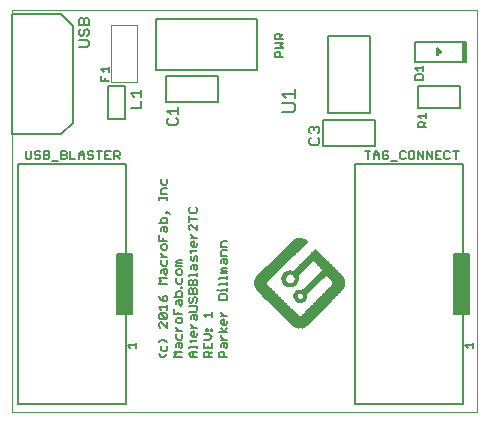
<source format=gto>
G75*
%MOIN*%
%OFA0B0*%
%FSLAX25Y25*%
%IPPOS*%
%LPD*%
%AMOC8*
5,1,8,0,0,1.08239X$1,22.5*
%
%ADD10C,0.00000*%
%ADD11C,0.00500*%
%ADD12C,0.00600*%
%ADD13C,0.00800*%
%ADD14C,0.00200*%
%ADD15R,0.00126X0.02370*%
%ADD16R,0.00124X0.03130*%
%ADD17R,0.00126X0.03630*%
%ADD18R,0.00125X0.03870*%
%ADD19R,0.00124X0.04370*%
%ADD20R,0.00126X0.04630*%
%ADD21R,0.00125X0.05130*%
%ADD22R,0.00124X0.05370*%
%ADD23R,0.00126X0.05630*%
%ADD24R,0.00125X0.05870*%
%ADD25R,0.00124X0.06130*%
%ADD26R,0.00126X0.06370*%
%ADD27R,0.00124X0.06630*%
%ADD28R,0.00126X0.06870*%
%ADD29R,0.00124X0.07130*%
%ADD30R,0.00125X0.07370*%
%ADD31R,0.00126X0.07630*%
%ADD32R,0.00125X0.07870*%
%ADD33R,0.00124X0.08130*%
%ADD34R,0.00126X0.08370*%
%ADD35R,0.00125X0.08630*%
%ADD36R,0.00124X0.08870*%
%ADD37R,0.00126X0.09130*%
%ADD38R,0.00125X0.09370*%
%ADD39R,0.00124X0.09630*%
%ADD40R,0.00126X0.09870*%
%ADD41R,0.00125X0.10130*%
%ADD42R,0.00125X0.10370*%
%ADD43R,0.00125X0.10630*%
%ADD44R,0.00124X0.10870*%
%ADD45R,0.00125X0.11130*%
%ADD46R,0.00126X0.11370*%
%ADD47R,0.00125X0.11630*%
%ADD48R,0.00125X0.05250*%
%ADD49R,0.00124X0.05250*%
%ADD50R,0.00124X0.05120*%
%ADD51R,0.00126X0.05120*%
%ADD52R,0.00125X0.05120*%
%ADD53R,0.00124X0.05130*%
%ADD54R,0.00126X0.05250*%
%ADD55R,0.00126X0.05130*%
%ADD56R,0.00125X0.05370*%
%ADD57R,0.00125X0.06130*%
%ADD58R,0.00125X0.06370*%
%ADD59R,0.00125X0.06630*%
%ADD60R,0.00125X0.06870*%
%ADD61R,0.00125X0.07130*%
%ADD62R,0.00124X0.07630*%
%ADD63R,0.00125X0.02870*%
%ADD64R,0.00125X0.04620*%
%ADD65R,0.00125X0.02880*%
%ADD66R,0.00125X0.04630*%
%ADD67R,0.00126X0.02870*%
%ADD68R,0.00126X0.04620*%
%ADD69R,0.00124X0.02880*%
%ADD70R,0.00124X0.04630*%
%ADD71R,0.00125X0.04500*%
%ADD72R,0.00125X0.04250*%
%ADD73R,0.00125X0.04000*%
%ADD74R,0.00125X0.03750*%
%ADD75R,0.00125X0.03500*%
%ADD76R,0.00125X0.03250*%
%ADD77R,0.00124X0.02870*%
%ADD78R,0.00124X0.03250*%
%ADD79R,0.00125X0.03120*%
%ADD80R,0.00125X0.03130*%
%ADD81R,0.00126X0.03250*%
%ADD82R,0.00124X0.03120*%
%ADD83R,0.00125X0.00250*%
%ADD84R,0.00125X0.00500*%
%ADD85R,0.00125X0.00630*%
%ADD86R,0.00126X0.05000*%
%ADD87R,0.00126X0.04000*%
%ADD88R,0.00126X0.00870*%
%ADD89R,0.00125X0.05000*%
%ADD90R,0.00125X0.04120*%
%ADD91R,0.00125X0.01130*%
%ADD92R,0.00124X0.05000*%
%ADD93R,0.00124X0.04250*%
%ADD94R,0.00124X0.01250*%
%ADD95R,0.00125X0.04870*%
%ADD96R,0.00125X0.04370*%
%ADD97R,0.00125X0.01500*%
%ADD98R,0.00125X0.04880*%
%ADD99R,0.00125X0.04380*%
%ADD100R,0.00125X0.01750*%
%ADD101R,0.00125X0.01880*%
%ADD102R,0.00125X0.04750*%
%ADD103R,0.00125X0.02120*%
%ADD104R,0.00125X0.02250*%
%ADD105R,0.00125X0.02370*%
%ADD106R,0.00125X0.01630*%
%ADD107R,0.00125X0.02000*%
%ADD108R,0.00125X0.02630*%
%ADD109R,0.00125X0.01380*%
%ADD110R,0.00125X0.02750*%
%ADD111R,0.00125X0.01370*%
%ADD112R,0.00126X0.04120*%
%ADD113R,0.00126X0.01250*%
%ADD114R,0.00126X0.01370*%
%ADD115R,0.00126X0.03130*%
%ADD116R,0.00125X0.01250*%
%ADD117R,0.00125X0.03370*%
%ADD118R,0.00125X0.01120*%
%ADD119R,0.00125X0.03620*%
%ADD120R,0.00125X0.05380*%
%ADD121R,0.00125X0.03630*%
%ADD122R,0.00124X0.03370*%
%ADD123R,0.00125X0.01870*%
%ADD124R,0.00125X0.05500*%
%ADD125R,0.00126X0.05500*%
%ADD126R,0.00126X0.01620*%
%ADD127R,0.00125X0.05630*%
%ADD128R,0.00125X0.05620*%
%ADD129R,0.00125X0.01620*%
%ADD130R,0.00124X0.05630*%
%ADD131R,0.00124X0.01750*%
%ADD132R,0.00124X0.05500*%
%ADD133R,0.00126X0.05620*%
%ADD134R,0.00126X0.03000*%
%ADD135R,0.00125X0.01000*%
%ADD136R,0.00124X0.05620*%
%ADD137R,0.00126X0.11250*%
%ADD138R,0.00124X0.11000*%
%ADD139R,0.00126X0.10750*%
%ADD140R,0.00124X0.10500*%
%ADD141R,0.00126X0.10250*%
%ADD142R,0.00124X0.10000*%
%ADD143R,0.00126X0.09750*%
%ADD144R,0.00125X0.09500*%
%ADD145R,0.00125X0.09250*%
%ADD146R,0.00125X0.09000*%
%ADD147R,0.00125X0.08750*%
%ADD148R,0.00125X0.08500*%
%ADD149R,0.00124X0.08370*%
%ADD150R,0.00126X0.08130*%
%ADD151R,0.00124X0.07870*%
%ADD152R,0.00124X0.07370*%
%ADD153R,0.00126X0.07130*%
%ADD154R,0.00124X0.06870*%
%ADD155R,0.00126X0.06630*%
%ADD156R,0.00124X0.06370*%
%ADD157R,0.00126X0.06130*%
%ADD158R,0.00124X0.05870*%
%ADD159R,0.00126X0.04370*%
%ADD160R,0.00124X0.03870*%
%ADD161R,0.00126X0.03370*%
D10*
X0001500Y0001500D02*
X0001500Y0135500D01*
X0156500Y0135500D01*
X0156500Y0001500D01*
X0001500Y0001500D01*
D11*
X0003500Y0004000D02*
X0003500Y0084000D01*
X0039500Y0084000D01*
X0039500Y0004000D01*
X0003500Y0004000D01*
X0036500Y0034000D02*
X0036500Y0054000D01*
X0041500Y0054000D01*
X0041500Y0034000D01*
X0036500Y0034000D01*
X0036500Y0034402D02*
X0041500Y0034402D01*
X0041500Y0034900D02*
X0036500Y0034900D01*
X0036500Y0035399D02*
X0041500Y0035399D01*
X0041500Y0035897D02*
X0036500Y0035897D01*
X0036500Y0036396D02*
X0041500Y0036396D01*
X0041500Y0036894D02*
X0036500Y0036894D01*
X0036500Y0037393D02*
X0041500Y0037393D01*
X0041500Y0037891D02*
X0036500Y0037891D01*
X0036500Y0038390D02*
X0041500Y0038390D01*
X0041500Y0038888D02*
X0036500Y0038888D01*
X0036500Y0039387D02*
X0041500Y0039387D01*
X0041500Y0039885D02*
X0036500Y0039885D01*
X0036500Y0040384D02*
X0041500Y0040384D01*
X0041500Y0040882D02*
X0036500Y0040882D01*
X0036500Y0041381D02*
X0041500Y0041381D01*
X0041500Y0041879D02*
X0036500Y0041879D01*
X0036500Y0042378D02*
X0041500Y0042378D01*
X0041500Y0042876D02*
X0036500Y0042876D01*
X0036500Y0043375D02*
X0041500Y0043375D01*
X0041500Y0043873D02*
X0036500Y0043873D01*
X0036500Y0044372D02*
X0041500Y0044372D01*
X0041500Y0044870D02*
X0036500Y0044870D01*
X0036500Y0045369D02*
X0041500Y0045369D01*
X0041500Y0045868D02*
X0036500Y0045868D01*
X0036500Y0046366D02*
X0041500Y0046366D01*
X0041500Y0046865D02*
X0036500Y0046865D01*
X0036500Y0047363D02*
X0041500Y0047363D01*
X0041500Y0047862D02*
X0036500Y0047862D01*
X0036500Y0048360D02*
X0041500Y0048360D01*
X0041500Y0048859D02*
X0036500Y0048859D01*
X0036500Y0049357D02*
X0041500Y0049357D01*
X0041500Y0049856D02*
X0036500Y0049856D01*
X0036500Y0050354D02*
X0041500Y0050354D01*
X0041500Y0050853D02*
X0036500Y0050853D01*
X0036500Y0051351D02*
X0041500Y0051351D01*
X0041500Y0051850D02*
X0036500Y0051850D01*
X0036500Y0052348D02*
X0041500Y0052348D01*
X0041500Y0052847D02*
X0036500Y0052847D01*
X0036500Y0053345D02*
X0041500Y0053345D01*
X0041500Y0053844D02*
X0036500Y0053844D01*
X0050548Y0058546D02*
X0050548Y0060347D01*
X0051899Y0059447D02*
X0051899Y0058546D01*
X0051899Y0057401D02*
X0051448Y0056950D01*
X0051448Y0056050D01*
X0051899Y0055599D01*
X0052800Y0055599D01*
X0053250Y0056050D01*
X0053250Y0056950D01*
X0052800Y0057401D01*
X0051899Y0057401D01*
X0053250Y0058546D02*
X0050548Y0058546D01*
X0052800Y0061492D02*
X0052349Y0061943D01*
X0052349Y0063294D01*
X0051899Y0063294D02*
X0053250Y0063294D01*
X0053250Y0061943D01*
X0052800Y0061492D01*
X0051448Y0061943D02*
X0051448Y0062843D01*
X0051899Y0063294D01*
X0051448Y0064439D02*
X0051448Y0065790D01*
X0051899Y0066240D01*
X0052800Y0066240D01*
X0053250Y0065790D01*
X0053250Y0064439D01*
X0050548Y0064439D01*
X0052800Y0067836D02*
X0053250Y0067836D01*
X0053250Y0068286D01*
X0052800Y0068286D01*
X0052800Y0067836D01*
X0053250Y0068286D02*
X0054151Y0067385D01*
X0053250Y0072296D02*
X0053250Y0073197D01*
X0053250Y0072747D02*
X0050548Y0072747D01*
X0050548Y0073197D02*
X0050548Y0072296D01*
X0051448Y0074261D02*
X0051448Y0075612D01*
X0051899Y0076062D01*
X0053250Y0076062D01*
X0052800Y0077207D02*
X0051899Y0077207D01*
X0051448Y0077657D01*
X0051448Y0079009D01*
X0053250Y0079009D02*
X0053250Y0077657D01*
X0052800Y0077207D01*
X0053250Y0074261D02*
X0051448Y0074261D01*
X0060548Y0069228D02*
X0060548Y0068327D01*
X0060998Y0067876D01*
X0062800Y0067876D01*
X0063250Y0068327D01*
X0063250Y0069228D01*
X0062800Y0069678D01*
X0060998Y0069678D02*
X0060548Y0069228D01*
X0060548Y0066731D02*
X0060548Y0064930D01*
X0060548Y0065831D02*
X0063250Y0065831D01*
X0063250Y0063785D02*
X0063250Y0061983D01*
X0061448Y0063785D01*
X0060998Y0063785D01*
X0060548Y0063335D01*
X0060548Y0062434D01*
X0060998Y0061983D01*
X0061448Y0060879D02*
X0061448Y0060429D01*
X0062349Y0059528D01*
X0063250Y0059528D02*
X0061448Y0059528D01*
X0061899Y0058383D02*
X0061448Y0057933D01*
X0061448Y0057032D01*
X0061899Y0056581D01*
X0062800Y0056581D01*
X0063250Y0057032D01*
X0063250Y0057933D01*
X0062349Y0058383D02*
X0062349Y0056581D01*
X0061448Y0055518D02*
X0061448Y0054617D01*
X0060998Y0055068D02*
X0062800Y0055068D01*
X0063250Y0055518D01*
X0062800Y0053472D02*
X0062349Y0053022D01*
X0062349Y0052121D01*
X0061899Y0051671D01*
X0061448Y0052121D01*
X0061448Y0053472D01*
X0062800Y0053472D02*
X0063250Y0053022D01*
X0063250Y0051671D01*
X0063250Y0050526D02*
X0061899Y0050526D01*
X0061448Y0050075D01*
X0061448Y0049174D01*
X0062349Y0049174D02*
X0062349Y0050526D01*
X0063250Y0050526D02*
X0063250Y0049174D01*
X0062800Y0048724D01*
X0062349Y0049174D01*
X0063250Y0047661D02*
X0063250Y0046760D01*
X0063250Y0047210D02*
X0060548Y0047210D01*
X0060548Y0046760D01*
X0060998Y0045615D02*
X0061448Y0045615D01*
X0061899Y0045164D01*
X0061899Y0043813D01*
X0062349Y0042668D02*
X0062800Y0042668D01*
X0063250Y0042218D01*
X0063250Y0040867D01*
X0060548Y0040867D01*
X0060548Y0042218D01*
X0060998Y0042668D01*
X0061448Y0042668D01*
X0061899Y0042218D01*
X0061899Y0040867D01*
X0062349Y0039722D02*
X0062800Y0039722D01*
X0063250Y0039271D01*
X0063250Y0038371D01*
X0062800Y0037920D01*
X0061899Y0038371D02*
X0061899Y0039271D01*
X0062349Y0039722D01*
X0060998Y0039722D02*
X0060548Y0039271D01*
X0060548Y0038371D01*
X0060998Y0037920D01*
X0061448Y0037920D01*
X0061899Y0038371D01*
X0062800Y0036775D02*
X0060548Y0036775D01*
X0060548Y0034974D02*
X0062800Y0034974D01*
X0063250Y0035424D01*
X0063250Y0036325D01*
X0062800Y0036775D01*
X0063250Y0033829D02*
X0061899Y0033829D01*
X0061448Y0033378D01*
X0061448Y0032478D01*
X0062349Y0032478D02*
X0062349Y0033829D01*
X0063250Y0033829D02*
X0063250Y0032478D01*
X0062800Y0032027D01*
X0062349Y0032478D01*
X0061448Y0030923D02*
X0061448Y0030472D01*
X0062349Y0029572D01*
X0063250Y0029572D02*
X0061448Y0029572D01*
X0061899Y0028427D02*
X0061448Y0027976D01*
X0061448Y0027076D01*
X0061899Y0026625D01*
X0062800Y0026625D01*
X0063250Y0027076D01*
X0063250Y0027976D01*
X0062349Y0028427D02*
X0062349Y0026625D01*
X0061448Y0025562D02*
X0061448Y0024661D01*
X0060998Y0025111D02*
X0062800Y0025111D01*
X0063250Y0025562D01*
X0063250Y0023597D02*
X0063250Y0022697D01*
X0063250Y0023147D02*
X0060548Y0023147D01*
X0060548Y0022697D01*
X0061448Y0021552D02*
X0063250Y0021552D01*
X0061899Y0021552D02*
X0061899Y0019750D01*
X0061448Y0019750D02*
X0060548Y0020651D01*
X0061448Y0021552D01*
X0061448Y0019750D02*
X0063250Y0019750D01*
X0065548Y0019750D02*
X0065548Y0021101D01*
X0065998Y0021552D01*
X0066899Y0021552D01*
X0067349Y0021101D01*
X0067349Y0019750D01*
X0067349Y0020651D02*
X0068250Y0021552D01*
X0068250Y0022697D02*
X0068250Y0024498D01*
X0067349Y0025643D02*
X0068250Y0026544D01*
X0067349Y0027445D01*
X0065548Y0027445D01*
X0066448Y0028590D02*
X0066448Y0029040D01*
X0066899Y0029040D01*
X0066899Y0028590D01*
X0066448Y0028590D01*
X0067800Y0028590D02*
X0068250Y0028590D01*
X0068250Y0029040D01*
X0067800Y0029040D01*
X0067800Y0028590D01*
X0070548Y0028098D02*
X0073250Y0028098D01*
X0072349Y0028098D02*
X0071448Y0029450D01*
X0071899Y0030554D02*
X0071448Y0031004D01*
X0071448Y0031905D01*
X0071899Y0032355D01*
X0072349Y0032355D01*
X0072349Y0030554D01*
X0071899Y0030554D02*
X0072800Y0030554D01*
X0073250Y0031004D01*
X0073250Y0031905D01*
X0073250Y0033500D02*
X0071448Y0033500D01*
X0072349Y0033500D02*
X0071448Y0034401D01*
X0071448Y0034852D01*
X0068250Y0034811D02*
X0068250Y0033009D01*
X0068250Y0033910D02*
X0065548Y0033910D01*
X0066448Y0033009D01*
X0062349Y0028427D02*
X0061899Y0028427D01*
X0065548Y0025643D02*
X0067349Y0025643D01*
X0066899Y0023597D02*
X0066899Y0022697D01*
X0065548Y0022697D02*
X0068250Y0022697D01*
X0070548Y0021101D02*
X0070998Y0021552D01*
X0071899Y0021552D01*
X0072349Y0021101D01*
X0072349Y0019750D01*
X0073250Y0019750D02*
X0070548Y0019750D01*
X0070548Y0021101D01*
X0071448Y0023147D02*
X0071448Y0024048D01*
X0071899Y0024498D01*
X0073250Y0024498D01*
X0073250Y0023147D01*
X0072800Y0022697D01*
X0072349Y0023147D01*
X0072349Y0024498D01*
X0072349Y0025643D02*
X0071448Y0026544D01*
X0071448Y0026994D01*
X0071448Y0025643D02*
X0073250Y0025643D01*
X0072349Y0028098D02*
X0073250Y0029450D01*
X0065548Y0024498D02*
X0065548Y0022697D01*
X0065548Y0019750D02*
X0068250Y0019750D01*
X0058250Y0019750D02*
X0055548Y0019750D01*
X0056448Y0020651D01*
X0055548Y0021552D01*
X0058250Y0021552D01*
X0057800Y0022697D02*
X0057349Y0023147D01*
X0057349Y0024498D01*
X0056899Y0024498D02*
X0058250Y0024498D01*
X0058250Y0023147D01*
X0057800Y0022697D01*
X0056448Y0023147D02*
X0056448Y0024048D01*
X0056899Y0024498D01*
X0056899Y0025643D02*
X0057800Y0025643D01*
X0058250Y0026093D01*
X0058250Y0027445D01*
X0058250Y0028590D02*
X0056448Y0028590D01*
X0056448Y0029490D02*
X0056448Y0029941D01*
X0056448Y0029490D02*
X0057349Y0028590D01*
X0056448Y0027445D02*
X0056448Y0026093D01*
X0056899Y0025643D01*
X0053250Y0024661D02*
X0052349Y0025562D01*
X0051448Y0025562D01*
X0050548Y0024661D01*
X0051448Y0023516D02*
X0051448Y0022165D01*
X0051899Y0021714D01*
X0052800Y0021714D01*
X0053250Y0022165D01*
X0053250Y0023516D01*
X0053250Y0020651D02*
X0052349Y0019750D01*
X0051448Y0019750D01*
X0050548Y0020651D01*
X0042850Y0022777D02*
X0042850Y0024578D01*
X0042850Y0023677D02*
X0040148Y0023677D01*
X0041048Y0022777D01*
X0050548Y0030022D02*
X0050548Y0030923D01*
X0050998Y0031373D01*
X0051448Y0031373D01*
X0053250Y0029572D01*
X0053250Y0031373D01*
X0052800Y0032518D02*
X0050998Y0032518D01*
X0050548Y0032969D01*
X0050548Y0033869D01*
X0050998Y0034320D01*
X0052800Y0032518D01*
X0053250Y0032969D01*
X0053250Y0033869D01*
X0052800Y0034320D01*
X0050998Y0034320D01*
X0051448Y0035465D02*
X0050548Y0036366D01*
X0053250Y0036366D01*
X0053250Y0037266D02*
X0053250Y0035465D01*
X0055548Y0035793D02*
X0055548Y0033991D01*
X0058250Y0033991D01*
X0057800Y0032847D02*
X0056899Y0032847D01*
X0056448Y0032396D01*
X0056448Y0031495D01*
X0056899Y0031045D01*
X0057800Y0031045D01*
X0058250Y0031495D01*
X0058250Y0032396D01*
X0057800Y0032847D01*
X0056899Y0033991D02*
X0056899Y0034892D01*
X0057800Y0036938D02*
X0057349Y0037388D01*
X0057349Y0038740D01*
X0056899Y0038740D02*
X0058250Y0038740D01*
X0058250Y0037388D01*
X0057800Y0036938D01*
X0056448Y0037388D02*
X0056448Y0038289D01*
X0056899Y0038740D01*
X0056448Y0039885D02*
X0056448Y0041236D01*
X0056899Y0041686D01*
X0057800Y0041686D01*
X0058250Y0041236D01*
X0058250Y0039885D01*
X0055548Y0039885D01*
X0053250Y0039762D02*
X0053250Y0038862D01*
X0052800Y0038411D01*
X0051899Y0038411D01*
X0051899Y0039762D01*
X0052349Y0040213D01*
X0052800Y0040213D01*
X0053250Y0039762D01*
X0051899Y0038411D02*
X0050998Y0039312D01*
X0050548Y0040213D01*
X0050548Y0044304D02*
X0051448Y0045205D01*
X0050548Y0046106D01*
X0053250Y0046106D01*
X0052800Y0047251D02*
X0052349Y0047701D01*
X0052349Y0049052D01*
X0051899Y0049052D02*
X0053250Y0049052D01*
X0053250Y0047701D01*
X0052800Y0047251D01*
X0051448Y0047701D02*
X0051448Y0048602D01*
X0051899Y0049052D01*
X0051899Y0050197D02*
X0052800Y0050197D01*
X0053250Y0050648D01*
X0053250Y0051999D01*
X0053250Y0053144D02*
X0051448Y0053144D01*
X0051448Y0054045D02*
X0051448Y0054495D01*
X0051448Y0054045D02*
X0052349Y0053144D01*
X0051448Y0051999D02*
X0051448Y0050648D01*
X0051899Y0050197D01*
X0056448Y0050197D02*
X0056448Y0050648D01*
X0056899Y0051098D01*
X0056448Y0051548D01*
X0056899Y0051999D01*
X0058250Y0051999D01*
X0058250Y0051098D02*
X0056899Y0051098D01*
X0056448Y0050197D02*
X0058250Y0050197D01*
X0057800Y0049052D02*
X0056899Y0049052D01*
X0056448Y0048602D01*
X0056448Y0047701D01*
X0056899Y0047251D01*
X0057800Y0047251D01*
X0058250Y0047701D01*
X0058250Y0048602D01*
X0057800Y0049052D01*
X0058250Y0046106D02*
X0058250Y0044755D01*
X0057800Y0044304D01*
X0056899Y0044304D01*
X0056448Y0044755D01*
X0056448Y0046106D01*
X0057800Y0043281D02*
X0058250Y0043281D01*
X0058250Y0042831D01*
X0057800Y0042831D01*
X0057800Y0043281D01*
X0060548Y0043813D02*
X0060548Y0045164D01*
X0060998Y0045615D01*
X0061899Y0045164D02*
X0062349Y0045615D01*
X0062800Y0045615D01*
X0063250Y0045164D01*
X0063250Y0043813D01*
X0060548Y0043813D01*
X0061899Y0042218D02*
X0062349Y0042668D01*
X0070097Y0042299D02*
X0070548Y0042299D01*
X0071448Y0042299D02*
X0073250Y0042299D01*
X0073250Y0041849D02*
X0073250Y0042750D01*
X0073250Y0043813D02*
X0073250Y0044714D01*
X0073250Y0044264D02*
X0070548Y0044264D01*
X0070548Y0043813D01*
X0071448Y0042299D02*
X0071448Y0041849D01*
X0070998Y0040704D02*
X0070548Y0040253D01*
X0070548Y0038902D01*
X0073250Y0038902D01*
X0073250Y0040253D01*
X0072800Y0040704D01*
X0070998Y0040704D01*
X0070548Y0045778D02*
X0070548Y0046228D01*
X0073250Y0046228D01*
X0073250Y0045778D02*
X0073250Y0046678D01*
X0073250Y0047742D02*
X0071448Y0047742D01*
X0071448Y0048192D01*
X0071899Y0048643D01*
X0071448Y0049093D01*
X0071899Y0049543D01*
X0073250Y0049543D01*
X0073250Y0048643D02*
X0071899Y0048643D01*
X0072800Y0050688D02*
X0072349Y0051139D01*
X0072349Y0052490D01*
X0071899Y0052490D02*
X0073250Y0052490D01*
X0073250Y0051139D01*
X0072800Y0050688D01*
X0071448Y0051139D02*
X0071448Y0052040D01*
X0071899Y0052490D01*
X0071448Y0053635D02*
X0071448Y0054986D01*
X0071899Y0055436D01*
X0073250Y0055436D01*
X0073250Y0056581D02*
X0071448Y0056581D01*
X0071448Y0057933D01*
X0071899Y0058383D01*
X0073250Y0058383D01*
X0073250Y0053635D02*
X0071448Y0053635D01*
X0062349Y0058383D02*
X0061899Y0058383D01*
X0053250Y0044304D02*
X0050548Y0044304D01*
X0050548Y0030022D02*
X0050998Y0029572D01*
X0037517Y0085750D02*
X0036616Y0086651D01*
X0037066Y0086651D02*
X0035715Y0086651D01*
X0035715Y0085750D02*
X0035715Y0088452D01*
X0037066Y0088452D01*
X0037517Y0088002D01*
X0037517Y0087101D01*
X0037066Y0086651D01*
X0034570Y0085750D02*
X0032769Y0085750D01*
X0032769Y0088452D01*
X0034570Y0088452D01*
X0033669Y0087101D02*
X0032769Y0087101D01*
X0031624Y0088452D02*
X0029822Y0088452D01*
X0030723Y0088452D02*
X0030723Y0085750D01*
X0028677Y0086200D02*
X0028677Y0086651D01*
X0028227Y0087101D01*
X0027326Y0087101D01*
X0026876Y0087552D01*
X0026876Y0088002D01*
X0027326Y0088452D01*
X0028227Y0088452D01*
X0028677Y0088002D01*
X0028677Y0086200D02*
X0028227Y0085750D01*
X0027326Y0085750D01*
X0026876Y0086200D01*
X0025731Y0085750D02*
X0025731Y0087552D01*
X0024830Y0088452D01*
X0023929Y0087552D01*
X0023929Y0085750D01*
X0022784Y0085750D02*
X0020983Y0085750D01*
X0020983Y0088452D01*
X0019838Y0088002D02*
X0019838Y0087552D01*
X0019387Y0087101D01*
X0018036Y0087101D01*
X0018036Y0085750D02*
X0019387Y0085750D01*
X0019838Y0086200D01*
X0019838Y0086651D01*
X0019387Y0087101D01*
X0019838Y0088002D02*
X0019387Y0088452D01*
X0018036Y0088452D01*
X0018036Y0085750D01*
X0016891Y0085300D02*
X0015090Y0085300D01*
X0013945Y0086200D02*
X0013945Y0086651D01*
X0013494Y0087101D01*
X0012143Y0087101D01*
X0010998Y0086651D02*
X0010998Y0086200D01*
X0010548Y0085750D01*
X0009647Y0085750D01*
X0009197Y0086200D01*
X0009647Y0087101D02*
X0009197Y0087552D01*
X0009197Y0088002D01*
X0009647Y0088452D01*
X0010548Y0088452D01*
X0010998Y0088002D01*
X0010548Y0087101D02*
X0010998Y0086651D01*
X0010548Y0087101D02*
X0009647Y0087101D01*
X0008052Y0086200D02*
X0008052Y0088452D01*
X0006250Y0088452D02*
X0006250Y0086200D01*
X0006700Y0085750D01*
X0007601Y0085750D01*
X0008052Y0086200D01*
X0012143Y0085750D02*
X0012143Y0088452D01*
X0013494Y0088452D01*
X0013945Y0088002D01*
X0013945Y0087552D01*
X0013494Y0087101D01*
X0013945Y0086200D02*
X0013494Y0085750D01*
X0012143Y0085750D01*
X0018118Y0094000D02*
X0001760Y0094000D01*
X0001760Y0134000D01*
X0018118Y0134000D01*
X0022055Y0130063D01*
X0022055Y0097937D01*
X0018118Y0094000D01*
X0023929Y0087101D02*
X0025731Y0087101D01*
X0033744Y0098988D02*
X0039256Y0098988D01*
X0039256Y0110012D01*
X0033744Y0110012D01*
X0033744Y0098988D01*
X0034026Y0111801D02*
X0031323Y0111801D01*
X0031323Y0113603D01*
X0032224Y0114748D02*
X0031323Y0115648D01*
X0034026Y0115648D01*
X0034026Y0114748D02*
X0034026Y0116549D01*
X0032674Y0112702D02*
X0032674Y0111801D01*
X0049571Y0115535D02*
X0083429Y0115535D01*
X0083429Y0132465D01*
X0049571Y0132465D01*
X0049571Y0115535D01*
X0052839Y0113331D02*
X0052839Y0104669D01*
X0070161Y0104669D01*
X0070161Y0113331D01*
X0052839Y0113331D01*
X0089248Y0119840D02*
X0089248Y0121191D01*
X0089698Y0121641D01*
X0090599Y0121641D01*
X0091049Y0121191D01*
X0091049Y0119840D01*
X0091950Y0119840D02*
X0089248Y0119840D01*
X0089248Y0122786D02*
X0091950Y0122786D01*
X0091049Y0123687D01*
X0091950Y0124588D01*
X0089248Y0124588D01*
X0089248Y0125733D02*
X0089248Y0127084D01*
X0089698Y0127534D01*
X0090599Y0127534D01*
X0091049Y0127084D01*
X0091049Y0125733D01*
X0091049Y0126633D02*
X0091950Y0127534D01*
X0091950Y0125733D02*
X0089248Y0125733D01*
X0107110Y0126795D02*
X0120890Y0126795D01*
X0120890Y0101205D01*
X0107110Y0101205D01*
X0107110Y0126795D01*
X0135929Y0124846D02*
X0135929Y0118154D01*
X0152071Y0118154D01*
X0152071Y0124846D01*
X0152858Y0124846D01*
X0152858Y0118154D01*
X0152071Y0118154D01*
X0152071Y0124846D01*
X0135929Y0124846D01*
X0143409Y0122681D02*
X0143409Y0120319D01*
X0144591Y0121500D01*
X0143409Y0122681D01*
X0143409Y0122638D02*
X0143452Y0122638D01*
X0143409Y0122140D02*
X0143951Y0122140D01*
X0144449Y0121641D02*
X0143409Y0121641D01*
X0143409Y0121143D02*
X0144233Y0121143D01*
X0143735Y0120644D02*
X0143409Y0120644D01*
X0138781Y0116963D02*
X0138781Y0115162D01*
X0138781Y0116063D02*
X0136078Y0116063D01*
X0136979Y0115162D01*
X0136529Y0114017D02*
X0136078Y0113566D01*
X0136078Y0112215D01*
X0138781Y0112215D01*
X0138781Y0113566D01*
X0138330Y0114017D01*
X0136529Y0114017D01*
X0136913Y0110043D02*
X0136913Y0102957D01*
X0151087Y0102957D01*
X0151087Y0110043D01*
X0136913Y0110043D01*
X0139781Y0101192D02*
X0139781Y0099390D01*
X0139781Y0100291D02*
X0137078Y0100291D01*
X0137979Y0099390D01*
X0137529Y0098245D02*
X0137078Y0097795D01*
X0137078Y0096444D01*
X0139781Y0096444D01*
X0138880Y0096444D02*
X0138880Y0097795D01*
X0138430Y0098245D01*
X0137529Y0098245D01*
X0138880Y0097344D02*
X0139781Y0098245D01*
X0139876Y0088452D02*
X0141677Y0085750D01*
X0141677Y0088452D01*
X0142822Y0088452D02*
X0142822Y0085750D01*
X0144624Y0085750D01*
X0145769Y0086200D02*
X0146219Y0085750D01*
X0147120Y0085750D01*
X0147570Y0086200D01*
X0145769Y0086200D02*
X0145769Y0088002D01*
X0146219Y0088452D01*
X0147120Y0088452D01*
X0147570Y0088002D01*
X0148715Y0088452D02*
X0150517Y0088452D01*
X0149616Y0088452D02*
X0149616Y0085750D01*
X0152000Y0084000D02*
X0116000Y0084000D01*
X0116000Y0004000D01*
X0152000Y0004000D01*
X0152000Y0084000D01*
X0144624Y0088452D02*
X0142822Y0088452D01*
X0142822Y0087101D02*
X0143723Y0087101D01*
X0139876Y0085750D02*
X0139876Y0088452D01*
X0138731Y0088452D02*
X0138731Y0085750D01*
X0136929Y0088452D01*
X0136929Y0085750D01*
X0135784Y0086200D02*
X0135784Y0088002D01*
X0135334Y0088452D01*
X0134433Y0088452D01*
X0133983Y0088002D01*
X0133983Y0086200D01*
X0134433Y0085750D01*
X0135334Y0085750D01*
X0135784Y0086200D01*
X0132838Y0086200D02*
X0132387Y0085750D01*
X0131486Y0085750D01*
X0131036Y0086200D01*
X0131036Y0088002D01*
X0131486Y0088452D01*
X0132387Y0088452D01*
X0132838Y0088002D01*
X0129891Y0085300D02*
X0128090Y0085300D01*
X0126945Y0086200D02*
X0126945Y0087101D01*
X0126044Y0087101D01*
X0126945Y0086200D02*
X0126494Y0085750D01*
X0125593Y0085750D01*
X0125143Y0086200D01*
X0125143Y0088002D01*
X0125593Y0088452D01*
X0126494Y0088452D01*
X0126945Y0088002D01*
X0123998Y0087552D02*
X0123998Y0085750D01*
X0123998Y0087101D02*
X0122197Y0087101D01*
X0122197Y0087552D02*
X0123097Y0088452D01*
X0123998Y0087552D01*
X0122197Y0087552D02*
X0122197Y0085750D01*
X0120151Y0085750D02*
X0120151Y0088452D01*
X0119250Y0088452D02*
X0121052Y0088452D01*
X0122661Y0090169D02*
X0122661Y0098831D01*
X0105339Y0098831D01*
X0105339Y0090169D01*
X0122661Y0090169D01*
X0152071Y0118650D02*
X0152858Y0118650D01*
X0152858Y0119149D02*
X0152071Y0119149D01*
X0152071Y0119647D02*
X0152858Y0119647D01*
X0152858Y0120146D02*
X0152071Y0120146D01*
X0152071Y0120644D02*
X0152858Y0120644D01*
X0152858Y0121143D02*
X0152071Y0121143D01*
X0152071Y0121641D02*
X0152858Y0121641D01*
X0152858Y0122140D02*
X0152071Y0122140D01*
X0152071Y0122638D02*
X0152858Y0122638D01*
X0152858Y0123137D02*
X0152071Y0123137D01*
X0152071Y0123635D02*
X0152858Y0123635D01*
X0152858Y0124134D02*
X0152071Y0124134D01*
X0152071Y0124632D02*
X0152858Y0124632D01*
X0154000Y0054000D02*
X0149000Y0054000D01*
X0149000Y0034000D01*
X0154000Y0034000D01*
X0154000Y0054000D01*
X0154000Y0053844D02*
X0149000Y0053844D01*
X0149000Y0053345D02*
X0154000Y0053345D01*
X0154000Y0052847D02*
X0149000Y0052847D01*
X0149000Y0052348D02*
X0154000Y0052348D01*
X0154000Y0051850D02*
X0149000Y0051850D01*
X0149000Y0051351D02*
X0154000Y0051351D01*
X0154000Y0050853D02*
X0149000Y0050853D01*
X0149000Y0050354D02*
X0154000Y0050354D01*
X0154000Y0049856D02*
X0149000Y0049856D01*
X0149000Y0049357D02*
X0154000Y0049357D01*
X0154000Y0048859D02*
X0149000Y0048859D01*
X0149000Y0048360D02*
X0154000Y0048360D01*
X0154000Y0047862D02*
X0149000Y0047862D01*
X0149000Y0047363D02*
X0154000Y0047363D01*
X0154000Y0046865D02*
X0149000Y0046865D01*
X0149000Y0046366D02*
X0154000Y0046366D01*
X0154000Y0045868D02*
X0149000Y0045868D01*
X0149000Y0045369D02*
X0154000Y0045369D01*
X0154000Y0044870D02*
X0149000Y0044870D01*
X0149000Y0044372D02*
X0154000Y0044372D01*
X0154000Y0043873D02*
X0149000Y0043873D01*
X0149000Y0043375D02*
X0154000Y0043375D01*
X0154000Y0042876D02*
X0149000Y0042876D01*
X0149000Y0042378D02*
X0154000Y0042378D01*
X0154000Y0041879D02*
X0149000Y0041879D01*
X0149000Y0041381D02*
X0154000Y0041381D01*
X0154000Y0040882D02*
X0149000Y0040882D01*
X0149000Y0040384D02*
X0154000Y0040384D01*
X0154000Y0039885D02*
X0149000Y0039885D01*
X0149000Y0039387D02*
X0154000Y0039387D01*
X0154000Y0038888D02*
X0149000Y0038888D01*
X0149000Y0038390D02*
X0154000Y0038390D01*
X0154000Y0037891D02*
X0149000Y0037891D01*
X0149000Y0037393D02*
X0154000Y0037393D01*
X0154000Y0036894D02*
X0149000Y0036894D01*
X0149000Y0036396D02*
X0154000Y0036396D01*
X0154000Y0035897D02*
X0149000Y0035897D01*
X0149000Y0035399D02*
X0154000Y0035399D01*
X0154000Y0034900D02*
X0149000Y0034900D01*
X0149000Y0034402D02*
X0154000Y0034402D01*
X0155350Y0024578D02*
X0155350Y0022777D01*
X0155350Y0023677D02*
X0152648Y0023677D01*
X0153548Y0022777D01*
D12*
X0103515Y0090639D02*
X0101246Y0090639D01*
X0100679Y0091206D01*
X0100679Y0092340D01*
X0101246Y0092907D01*
X0101246Y0094322D02*
X0100679Y0094889D01*
X0100679Y0096023D01*
X0101246Y0096590D01*
X0101813Y0096590D01*
X0102380Y0096023D01*
X0102948Y0096590D01*
X0103515Y0096590D01*
X0104082Y0096023D01*
X0104082Y0094889D01*
X0103515Y0094322D01*
X0103515Y0092907D02*
X0104082Y0092340D01*
X0104082Y0091206D01*
X0103515Y0090639D01*
X0102380Y0095456D02*
X0102380Y0096023D01*
X0056818Y0097662D02*
X0056251Y0097095D01*
X0053982Y0097095D01*
X0053415Y0097662D01*
X0053415Y0098797D01*
X0053982Y0099364D01*
X0054550Y0100778D02*
X0053415Y0101913D01*
X0056818Y0101913D01*
X0056818Y0103047D02*
X0056818Y0100778D01*
X0056251Y0099364D02*
X0056818Y0098797D01*
X0056818Y0097662D01*
X0044531Y0102946D02*
X0044531Y0105214D01*
X0044531Y0106629D02*
X0044531Y0108897D01*
X0044531Y0107763D02*
X0041128Y0107763D01*
X0042262Y0106629D01*
X0041128Y0102946D02*
X0044531Y0102946D01*
X0026763Y0123251D02*
X0023927Y0123251D01*
X0026763Y0123251D02*
X0027330Y0123818D01*
X0027330Y0124952D01*
X0026763Y0125519D01*
X0023927Y0125519D01*
X0024494Y0126934D02*
X0025061Y0126934D01*
X0025628Y0127501D01*
X0025628Y0128635D01*
X0026196Y0129202D01*
X0026763Y0129202D01*
X0027330Y0128635D01*
X0027330Y0127501D01*
X0026763Y0126934D01*
X0024494Y0126934D02*
X0023927Y0127501D01*
X0023927Y0128635D01*
X0024494Y0129202D01*
X0023927Y0130617D02*
X0023927Y0132318D01*
X0024494Y0132885D01*
X0025061Y0132885D01*
X0025628Y0132318D01*
X0025628Y0130617D01*
X0023927Y0130617D02*
X0027330Y0130617D01*
X0027330Y0132318D01*
X0026763Y0132885D01*
X0026196Y0132885D01*
X0025628Y0132318D01*
D13*
X0091680Y0107610D02*
X0093081Y0106209D01*
X0091680Y0107610D02*
X0095883Y0107610D01*
X0095883Y0106209D02*
X0095883Y0109011D01*
X0095183Y0104407D02*
X0091680Y0104407D01*
X0091680Y0101605D02*
X0095183Y0101605D01*
X0095883Y0102305D01*
X0095883Y0103707D01*
X0095183Y0104407D01*
D14*
X0043331Y0111551D02*
X0034669Y0111551D01*
X0034669Y0130449D01*
X0043331Y0130449D01*
X0043331Y0111551D01*
D15*
X0112500Y0044375D03*
D16*
X0112375Y0044375D03*
D17*
X0112250Y0044375D03*
D18*
X0112124Y0044375D03*
X0096874Y0040125D03*
X0096749Y0040125D03*
X0097749Y0031375D03*
X0097874Y0031375D03*
X0097999Y0031375D03*
X0098124Y0031375D03*
X0097749Y0057375D03*
D19*
X0112000Y0044375D03*
D20*
X0111875Y0044375D03*
D21*
X0111749Y0044375D03*
X0108249Y0047875D03*
X0108001Y0048125D03*
X0107749Y0048375D03*
X0107499Y0048625D03*
X0106749Y0049375D03*
X0108001Y0040625D03*
X0107749Y0040375D03*
X0107499Y0040125D03*
X0106749Y0039375D03*
X0105999Y0038625D03*
X0105749Y0038375D03*
X0105001Y0037625D03*
X0104751Y0037375D03*
X0104499Y0037125D03*
X0104249Y0036875D03*
X0103501Y0036125D03*
X0103251Y0035875D03*
X0102999Y0035625D03*
X0102749Y0035375D03*
X0102499Y0035125D03*
X0102249Y0034875D03*
X0102001Y0034625D03*
X0101751Y0034375D03*
X0101499Y0034125D03*
X0101249Y0033875D03*
X0100999Y0033625D03*
X0100749Y0033375D03*
X0100251Y0032875D03*
X0096251Y0032125D03*
X0096376Y0056625D03*
D22*
X0096500Y0046625D03*
X0111625Y0044375D03*
D23*
X0111500Y0044375D03*
X0106250Y0049625D03*
X0083750Y0044375D03*
D24*
X0106124Y0049625D03*
X0111374Y0044375D03*
D25*
X0111250Y0044375D03*
D26*
X0111125Y0044375D03*
D27*
X0111000Y0044375D03*
D28*
X0110875Y0044375D03*
D29*
X0110750Y0044375D03*
D30*
X0110626Y0044375D03*
X0105374Y0049625D03*
D31*
X0110500Y0044375D03*
X0084750Y0044375D03*
D32*
X0110374Y0044375D03*
D33*
X0110250Y0044375D03*
D34*
X0110125Y0044375D03*
D35*
X0109999Y0044375D03*
D36*
X0109875Y0044375D03*
D37*
X0109750Y0044375D03*
D38*
X0109624Y0044375D03*
D39*
X0109500Y0044375D03*
D40*
X0109375Y0044375D03*
D41*
X0109249Y0044375D03*
D42*
X0109124Y0044375D03*
D43*
X0108999Y0044375D03*
D44*
X0108875Y0044375D03*
D45*
X0108751Y0044375D03*
D46*
X0108625Y0044375D03*
D47*
X0108499Y0044375D03*
D48*
X0108374Y0047685D03*
X0108374Y0041065D03*
X0108249Y0040935D03*
X0106874Y0039565D03*
X0105624Y0038315D03*
X0105499Y0038185D03*
X0105374Y0038065D03*
X0104124Y0036815D03*
X0103999Y0036685D03*
X0096126Y0032185D03*
X0096001Y0032315D03*
X0095876Y0032435D03*
X0096999Y0047185D03*
X0096001Y0056315D03*
X0096126Y0056435D03*
D49*
X0106500Y0049565D03*
X0108125Y0040815D03*
X0083625Y0044315D03*
D50*
X0102125Y0034750D03*
X0108125Y0048000D03*
D51*
X0107875Y0048250D03*
X0107875Y0040500D03*
X0104625Y0037250D03*
X0103125Y0035750D03*
X0101625Y0034250D03*
D52*
X0101876Y0034500D03*
X0102374Y0035000D03*
X0102624Y0035250D03*
X0102874Y0035500D03*
X0103376Y0036000D03*
X0103626Y0036250D03*
X0103874Y0036500D03*
X0104374Y0037000D03*
X0104876Y0037500D03*
X0105126Y0037750D03*
X0105874Y0038500D03*
X0106124Y0038750D03*
X0106376Y0039000D03*
X0106624Y0039250D03*
X0107126Y0039750D03*
X0107374Y0040000D03*
X0107624Y0040250D03*
X0101374Y0034000D03*
X0101124Y0033750D03*
X0100874Y0033500D03*
X0100624Y0033250D03*
X0100376Y0033000D03*
X0100126Y0032750D03*
X0107624Y0048500D03*
X0107374Y0048750D03*
X0107126Y0049000D03*
X0106874Y0049250D03*
X0106624Y0049500D03*
X0096251Y0056500D03*
D53*
X0107250Y0048875D03*
X0107250Y0039875D03*
X0106500Y0039125D03*
X0105250Y0037875D03*
X0103750Y0036375D03*
X0100500Y0033125D03*
D54*
X0107000Y0039685D03*
D55*
X0106250Y0038875D03*
X0107000Y0049125D03*
D56*
X0106376Y0049625D03*
X0096749Y0046875D03*
X0096251Y0046375D03*
X0095751Y0056125D03*
X0095626Y0032625D03*
D57*
X0105999Y0049625D03*
D58*
X0105874Y0049625D03*
D59*
X0105749Y0049625D03*
D60*
X0105624Y0049625D03*
D61*
X0105499Y0049625D03*
D62*
X0105250Y0049625D03*
D63*
X0105126Y0047125D03*
X0104876Y0046875D03*
X0104374Y0046375D03*
X0104124Y0046125D03*
X0103874Y0045875D03*
X0103626Y0045625D03*
X0103376Y0045375D03*
X0102874Y0044875D03*
X0102624Y0044625D03*
X0102374Y0044375D03*
X0101876Y0043875D03*
X0101374Y0043375D03*
X0101124Y0043125D03*
X0100874Y0042875D03*
X0100624Y0042625D03*
X0100376Y0042375D03*
X0100126Y0042125D03*
X0096251Y0040125D03*
X0082874Y0044375D03*
D64*
X0096874Y0031750D03*
X0105126Y0051250D03*
X0104876Y0051500D03*
X0104374Y0052000D03*
X0104124Y0052250D03*
X0103874Y0052500D03*
X0103626Y0052750D03*
X0103376Y0053000D03*
X0096999Y0057000D03*
D65*
X0098626Y0057750D03*
X0105001Y0047000D03*
X0104751Y0046750D03*
X0104499Y0046500D03*
X0104249Y0046250D03*
X0103999Y0046000D03*
X0103501Y0045500D03*
X0103251Y0045250D03*
X0102999Y0045000D03*
X0102749Y0044750D03*
X0102499Y0044500D03*
X0102249Y0044250D03*
X0102001Y0044000D03*
X0101751Y0043750D03*
X0101499Y0043500D03*
X0101249Y0043250D03*
X0100999Y0043000D03*
X0100749Y0042750D03*
X0100251Y0042250D03*
D66*
X0105001Y0051375D03*
X0104751Y0051625D03*
X0104499Y0051875D03*
X0104249Y0052125D03*
X0103999Y0052375D03*
X0103501Y0052875D03*
X0103251Y0053125D03*
X0102999Y0053375D03*
X0099001Y0031875D03*
D67*
X0101625Y0043625D03*
X0103125Y0045125D03*
X0104625Y0046625D03*
D68*
X0104625Y0051750D03*
X0103125Y0053250D03*
D69*
X0103750Y0045750D03*
X0100500Y0042500D03*
D70*
X0103750Y0052625D03*
X0083375Y0044375D03*
D71*
X0092751Y0045810D03*
X0102874Y0053440D03*
X0097124Y0057060D03*
X0098876Y0031810D03*
X0098751Y0031690D03*
X0096999Y0031690D03*
D72*
X0097249Y0031565D03*
X0098501Y0031565D03*
X0099001Y0040315D03*
X0099126Y0040435D03*
X0099251Y0040565D03*
X0092626Y0045815D03*
X0102749Y0053435D03*
X0097374Y0057185D03*
D73*
X0097624Y0057310D03*
X0102624Y0053440D03*
X0092501Y0045810D03*
X0097499Y0031440D03*
X0097624Y0031440D03*
X0098249Y0031440D03*
D74*
X0092376Y0045815D03*
X0102499Y0053435D03*
X0097874Y0057435D03*
D75*
X0098124Y0057560D03*
X0102374Y0053440D03*
X0092251Y0045810D03*
D76*
X0098501Y0049685D03*
X0098626Y0049815D03*
X0098751Y0049935D03*
X0099376Y0050565D03*
X0099501Y0050685D03*
X0099626Y0050815D03*
X0099874Y0051065D03*
X0100126Y0051315D03*
X0100251Y0051435D03*
X0100749Y0051935D03*
X0100874Y0052065D03*
X0100999Y0052185D03*
X0101124Y0052315D03*
X0101249Y0052435D03*
X0101374Y0052565D03*
X0101499Y0052685D03*
X0102249Y0053435D03*
D77*
X0102125Y0044125D03*
D78*
X0099750Y0050935D03*
X0102125Y0053315D03*
D79*
X0102001Y0053250D03*
X0101751Y0053000D03*
X0099251Y0050500D03*
X0099001Y0050250D03*
X0098249Y0049500D03*
X0097999Y0049250D03*
X0097749Y0049000D03*
X0097499Y0048750D03*
X0097249Y0048500D03*
X0098501Y0057750D03*
D80*
X0101876Y0053125D03*
X0100624Y0051875D03*
X0100376Y0051625D03*
X0099126Y0050375D03*
X0098876Y0050125D03*
X0098124Y0049375D03*
X0097874Y0049125D03*
X0097624Y0048875D03*
X0097374Y0048625D03*
X0096376Y0040125D03*
D81*
X0100000Y0051185D03*
X0101625Y0052815D03*
X0098375Y0057685D03*
D82*
X0100500Y0051750D03*
D83*
X0100376Y0058185D03*
D84*
X0100251Y0058190D03*
D85*
X0100126Y0058125D03*
D86*
X0083500Y0044310D03*
X0100000Y0032690D03*
D87*
X0100000Y0041440D03*
D88*
X0100000Y0058125D03*
D89*
X0097124Y0047440D03*
X0099874Y0032560D03*
X0096376Y0032060D03*
D90*
X0097374Y0031500D03*
X0099874Y0041250D03*
X0097499Y0057250D03*
D91*
X0099874Y0058125D03*
D92*
X0096500Y0056690D03*
X0099750Y0032440D03*
X0096500Y0031940D03*
D93*
X0099750Y0041065D03*
D94*
X0099750Y0058065D03*
D95*
X0096749Y0056875D03*
X0099626Y0032375D03*
X0099376Y0032125D03*
X0096624Y0031875D03*
D96*
X0097124Y0031625D03*
X0098626Y0031625D03*
X0099376Y0040625D03*
X0099626Y0040875D03*
X0097249Y0057125D03*
D97*
X0099626Y0058060D03*
X0095249Y0047810D03*
X0094874Y0047940D03*
X0094249Y0047940D03*
X0093874Y0047810D03*
X0093749Y0047810D03*
X0093624Y0043940D03*
X0093749Y0043810D03*
X0095501Y0043940D03*
X0095626Y0044060D03*
X0097374Y0041560D03*
X0097249Y0041440D03*
X0098626Y0041440D03*
D98*
X0099501Y0032250D03*
X0096624Y0056750D03*
D99*
X0099501Y0040750D03*
D100*
X0098751Y0041435D03*
X0096999Y0038935D03*
X0095876Y0040065D03*
X0095876Y0044315D03*
X0093374Y0044065D03*
X0093374Y0047565D03*
X0099501Y0058065D03*
D101*
X0099376Y0058000D03*
X0096999Y0041250D03*
D102*
X0093001Y0045815D03*
X0092876Y0045815D03*
X0096874Y0056935D03*
X0099251Y0032065D03*
X0099126Y0031935D03*
X0096749Y0031815D03*
D103*
X0096001Y0044500D03*
X0093126Y0047250D03*
X0099251Y0058000D03*
D104*
X0099126Y0057935D03*
X0095876Y0047565D03*
X0096001Y0040065D03*
X0082749Y0044315D03*
D105*
X0099001Y0057875D03*
D106*
X0095501Y0047625D03*
X0093499Y0047625D03*
X0095751Y0044125D03*
X0097124Y0041375D03*
X0098876Y0038875D03*
D107*
X0098876Y0041310D03*
X0093126Y0044310D03*
X0091874Y0045810D03*
X0095751Y0047560D03*
D108*
X0091999Y0045875D03*
X0096126Y0040125D03*
X0098876Y0057875D03*
D109*
X0094749Y0048000D03*
X0094624Y0048000D03*
X0094499Y0048000D03*
X0094374Y0048000D03*
X0094124Y0043750D03*
X0093999Y0043750D03*
X0093874Y0043750D03*
X0094999Y0043750D03*
X0095124Y0043750D03*
X0098501Y0041500D03*
X0098626Y0038750D03*
X0098751Y0038750D03*
X0097124Y0038750D03*
D110*
X0096001Y0047435D03*
X0098751Y0057815D03*
D111*
X0095124Y0047875D03*
X0094999Y0047875D03*
X0094124Y0047875D03*
X0093999Y0047875D03*
X0095249Y0043875D03*
X0097499Y0041625D03*
X0097624Y0041625D03*
X0097749Y0041625D03*
X0097874Y0041625D03*
X0097999Y0041625D03*
X0098124Y0041625D03*
X0098249Y0041625D03*
X0098501Y0038625D03*
X0097374Y0038625D03*
X0097249Y0038625D03*
D112*
X0098375Y0031500D03*
D113*
X0098375Y0038565D03*
D114*
X0098375Y0041625D03*
X0095375Y0043875D03*
D115*
X0098375Y0049625D03*
D116*
X0094874Y0043685D03*
X0094749Y0043685D03*
X0094624Y0043685D03*
X0094499Y0043685D03*
X0094374Y0043685D03*
X0094249Y0043685D03*
X0095751Y0040065D03*
X0097499Y0038565D03*
X0097624Y0038565D03*
X0098249Y0038565D03*
X0082624Y0044315D03*
D117*
X0098249Y0057625D03*
D118*
X0098124Y0038500D03*
X0097999Y0038500D03*
X0097874Y0038500D03*
X0097749Y0038500D03*
D119*
X0097999Y0057500D03*
D120*
X0095876Y0056250D03*
X0095501Y0056000D03*
X0096874Y0047000D03*
X0096624Y0046750D03*
X0096376Y0046500D03*
X0096126Y0046250D03*
X0095751Y0032500D03*
D121*
X0096624Y0040125D03*
D122*
X0096500Y0040125D03*
D123*
X0095626Y0047625D03*
D124*
X0091249Y0051810D03*
X0091124Y0051690D03*
X0090999Y0051560D03*
X0090874Y0051440D03*
X0090749Y0051310D03*
X0090624Y0051190D03*
X0090499Y0051060D03*
X0090374Y0050940D03*
X0090249Y0050810D03*
X0090001Y0050560D03*
X0089876Y0050440D03*
X0089751Y0050310D03*
X0089626Y0050190D03*
X0089501Y0050060D03*
X0089376Y0049940D03*
X0089251Y0049810D03*
X0088999Y0049560D03*
X0088874Y0049440D03*
X0088749Y0049310D03*
X0088624Y0049190D03*
X0088499Y0049060D03*
X0088374Y0048940D03*
X0088249Y0048810D03*
X0088124Y0048690D03*
X0087999Y0048560D03*
X0087874Y0048440D03*
X0087749Y0048310D03*
X0087624Y0048190D03*
X0091374Y0051940D03*
X0091499Y0052060D03*
X0091624Y0052190D03*
X0091749Y0052310D03*
X0091874Y0052440D03*
X0091999Y0052560D03*
X0092251Y0052810D03*
X0092376Y0052940D03*
X0092501Y0053060D03*
X0092626Y0053190D03*
X0092751Y0053310D03*
X0092876Y0053440D03*
X0093001Y0053560D03*
X0093126Y0053690D03*
X0093374Y0053940D03*
X0093499Y0054060D03*
X0093624Y0054190D03*
X0093749Y0054310D03*
X0093874Y0054440D03*
X0093999Y0054560D03*
X0094124Y0054690D03*
X0094249Y0054810D03*
X0094374Y0054940D03*
X0094499Y0055060D03*
X0094624Y0055190D03*
X0094749Y0055310D03*
X0094874Y0055440D03*
X0094999Y0055560D03*
X0095124Y0055690D03*
X0095249Y0055810D03*
X0095626Y0056060D03*
X0095124Y0033060D03*
X0095249Y0032940D03*
X0095501Y0032690D03*
D125*
X0095375Y0032810D03*
X0087125Y0040940D03*
X0086875Y0041190D03*
X0086875Y0047440D03*
X0087125Y0047690D03*
X0087375Y0047940D03*
X0089125Y0049690D03*
X0092125Y0052690D03*
X0095375Y0055940D03*
D126*
X0095375Y0047750D03*
D127*
X0087999Y0040125D03*
X0087749Y0040375D03*
X0088249Y0039875D03*
X0088499Y0039625D03*
X0088749Y0039375D03*
X0088999Y0039125D03*
X0089251Y0038875D03*
X0089501Y0038625D03*
X0089751Y0038375D03*
X0090001Y0038125D03*
X0090249Y0037875D03*
X0090499Y0037625D03*
X0090749Y0037375D03*
X0090999Y0037125D03*
X0091249Y0036875D03*
X0091499Y0036625D03*
X0091749Y0036375D03*
X0091999Y0036125D03*
X0092251Y0035875D03*
X0092501Y0035625D03*
X0092751Y0035375D03*
X0093001Y0035125D03*
X0093499Y0034625D03*
X0093749Y0034375D03*
X0093999Y0034125D03*
X0094249Y0033875D03*
X0094499Y0033625D03*
X0094749Y0033375D03*
X0094999Y0033125D03*
D128*
X0094874Y0033250D03*
X0094624Y0033500D03*
X0094374Y0033750D03*
X0094124Y0034000D03*
X0093874Y0034250D03*
X0093624Y0034500D03*
X0093374Y0034750D03*
X0093126Y0035000D03*
X0092876Y0035250D03*
X0092626Y0035500D03*
X0092376Y0035750D03*
X0091874Y0036250D03*
X0091624Y0036500D03*
X0091374Y0036750D03*
X0091124Y0037000D03*
X0090874Y0037250D03*
X0090624Y0037500D03*
X0090374Y0037750D03*
X0089876Y0038250D03*
X0089626Y0038500D03*
X0089376Y0038750D03*
X0088874Y0039250D03*
X0088624Y0039500D03*
X0088374Y0039750D03*
X0088124Y0040000D03*
X0087874Y0040250D03*
X0087624Y0040500D03*
D129*
X0093499Y0044000D03*
X0093624Y0047750D03*
D130*
X0086750Y0041375D03*
X0087250Y0040875D03*
X0087500Y0040625D03*
X0093250Y0034875D03*
D131*
X0093250Y0044185D03*
X0093250Y0047435D03*
D132*
X0090125Y0050690D03*
X0087500Y0048060D03*
X0087250Y0047810D03*
X0087000Y0047560D03*
X0087000Y0041060D03*
X0093250Y0053810D03*
D133*
X0087375Y0040750D03*
X0089125Y0039000D03*
X0092125Y0036000D03*
D134*
X0092125Y0045810D03*
D135*
X0091749Y0045810D03*
D136*
X0086750Y0047250D03*
X0090125Y0038000D03*
D137*
X0086625Y0044315D03*
D138*
X0086500Y0044310D03*
D139*
X0086375Y0044315D03*
D140*
X0086250Y0044310D03*
D141*
X0086125Y0044315D03*
D142*
X0086000Y0044310D03*
D143*
X0085875Y0044315D03*
D144*
X0085749Y0044310D03*
D145*
X0085624Y0044315D03*
D146*
X0085499Y0044310D03*
D147*
X0085374Y0044315D03*
D148*
X0085249Y0044310D03*
D149*
X0085125Y0044375D03*
D150*
X0085000Y0044375D03*
D151*
X0084875Y0044375D03*
D152*
X0084625Y0044375D03*
D153*
X0084500Y0044375D03*
D154*
X0084375Y0044375D03*
D155*
X0084250Y0044375D03*
D156*
X0084125Y0044375D03*
D157*
X0084000Y0044375D03*
D158*
X0083875Y0044375D03*
D159*
X0083250Y0044375D03*
D160*
X0083125Y0044375D03*
D161*
X0083000Y0044375D03*
M02*

</source>
